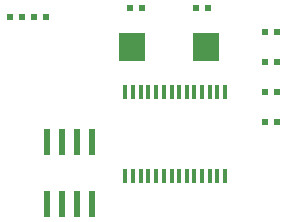
<source format=gtp>
G04 (created by PCBNEW-RS274X (2011-07-08)-stable) date Wed 10 Aug 2011 10:39:09 PM EDT*
G01*
G70*
G90*
%MOIN*%
G04 Gerber Fmt 3.4, Leading zero omitted, Abs format*
%FSLAX34Y34*%
G04 APERTURE LIST*
%ADD10C,0.006000*%
%ADD11R,0.086600X0.094500*%
%ADD12R,0.019700X0.019700*%
%ADD13R,0.023600X0.086600*%
%ADD14R,0.016000X0.050000*%
G04 APERTURE END LIST*
G54D10*
G54D11*
X21740Y-28500D03*
X19260Y-28500D03*
G54D12*
X23699Y-31000D03*
X24101Y-31000D03*
X23699Y-30000D03*
X24101Y-30000D03*
X23699Y-29000D03*
X24101Y-29000D03*
X23699Y-28000D03*
X24101Y-28000D03*
X15601Y-27500D03*
X15199Y-27500D03*
X19601Y-27200D03*
X19199Y-27200D03*
X21399Y-27200D03*
X21801Y-27200D03*
X16401Y-27500D03*
X15999Y-27500D03*
G54D13*
X17950Y-31676D03*
X17450Y-31676D03*
X16950Y-31676D03*
X16450Y-31676D03*
X16450Y-33723D03*
X16950Y-33723D03*
X17450Y-33723D03*
X17950Y-33723D03*
G54D14*
X19050Y-32800D03*
X19300Y-32800D03*
X19560Y-32800D03*
X19820Y-32800D03*
X20070Y-32800D03*
X20330Y-32800D03*
X20590Y-32800D03*
X20840Y-32800D03*
X21100Y-32800D03*
X21350Y-32800D03*
X21610Y-32800D03*
X21870Y-32800D03*
X22120Y-32800D03*
X22380Y-32800D03*
X22380Y-30000D03*
X22120Y-30000D03*
X21880Y-30000D03*
X21610Y-30000D03*
X21350Y-30000D03*
X21100Y-30000D03*
X20840Y-30000D03*
X20590Y-30000D03*
X20330Y-30000D03*
X20070Y-30000D03*
X19820Y-30000D03*
X19560Y-30000D03*
X19300Y-30000D03*
X19050Y-30000D03*
M02*

</source>
